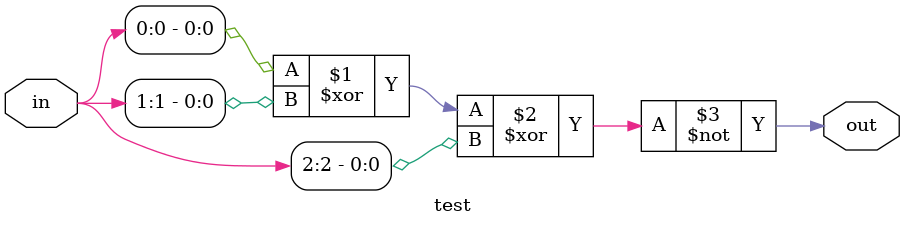
<source format=v>
module test(input [2:0] in, output out);
assign out = ~(in[0] ^ in[1] ^ in[2]);
endmodule

</source>
